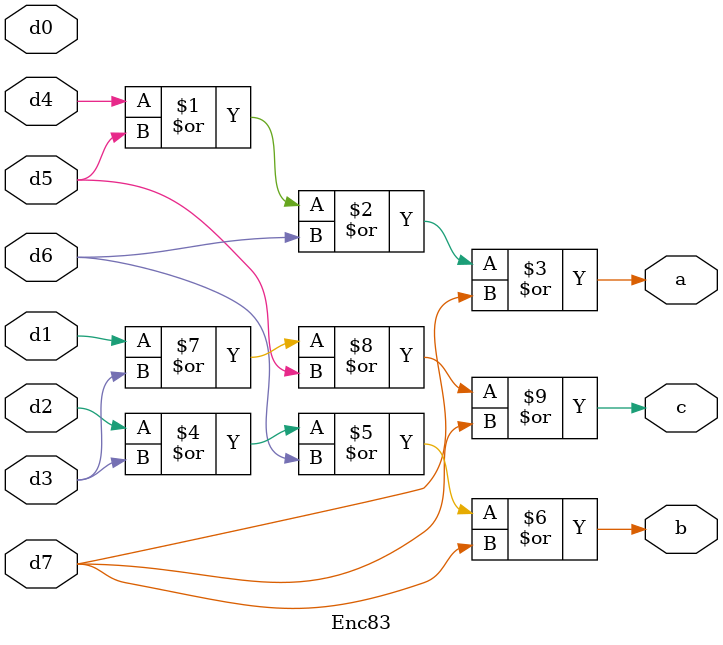
<source format=v>
`timescale 1ns / 1ps


module Enc83(d0, d1, d2, d3, d4, d5, d6, d7, a, b, c) ;
    input d0,d1,d2,d3,d4,d5,d6,d7;
    output a,b,c;
    or(a,d4,d5,d6,d7);
    or(b,d2,d3,d6,d7);
    or(c,d1,d3,d5,d7);
endmodule

</source>
